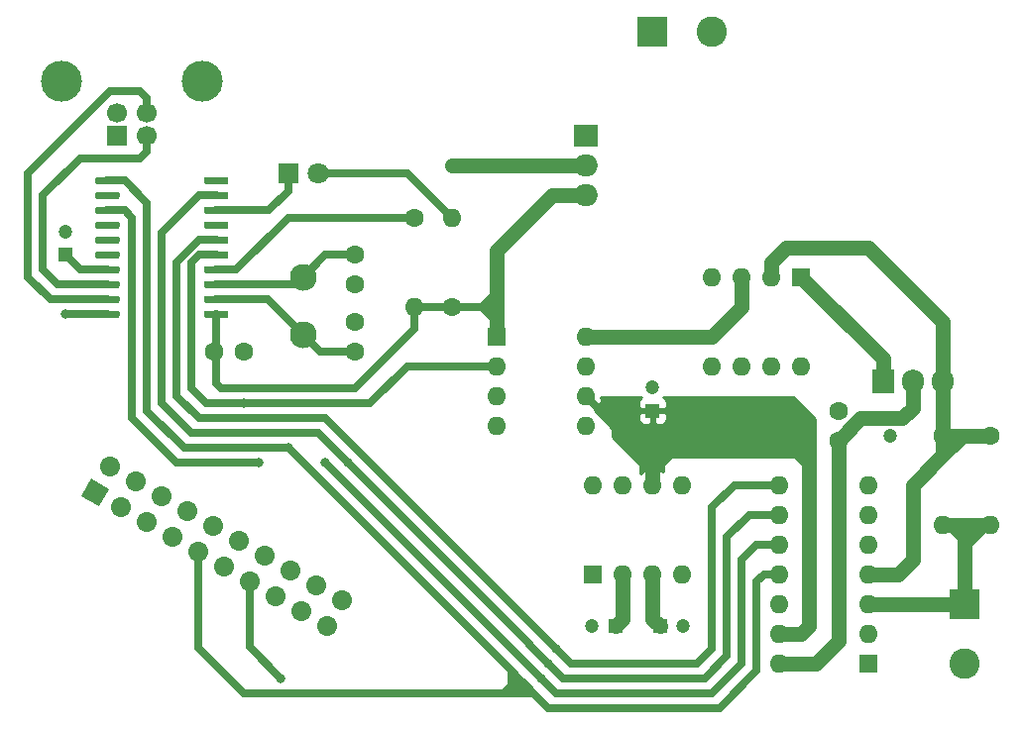
<source format=gtl>
G04 #@! TF.GenerationSoftware,KiCad,Pcbnew,5.1.2-f72e74a~84~ubuntu18.04.1*
G04 #@! TF.CreationDate,2019-07-29T23:39:44+03:00*
G04 #@! TF.ProjectId,tracer,74726163-6572-42e6-9b69-6361645f7063,rev?*
G04 #@! TF.SameCoordinates,Original*
G04 #@! TF.FileFunction,Copper,L1,Top*
G04 #@! TF.FilePolarity,Positive*
%FSLAX46Y46*%
G04 Gerber Fmt 4.6, Leading zero omitted, Abs format (unit mm)*
G04 Created by KiCad (PCBNEW 5.1.2-f72e74a~84~ubuntu18.04.1) date 2019-07-29 23:39:44*
%MOMM*%
%LPD*%
G04 APERTURE LIST*
%ADD10C,1.700000*%
%ADD11C,1.700000*%
%ADD12C,0.100000*%
%ADD13O,1.600000X1.600000*%
%ADD14R,1.600000X1.600000*%
%ADD15C,1.200000*%
%ADD16R,1.200000X1.200000*%
%ADD17C,1.600000*%
%ADD18C,2.600000*%
%ADD19R,2.600000X2.600000*%
%ADD20C,2.300000*%
%ADD21C,3.500000*%
%ADD22R,1.700000X1.700000*%
%ADD23C,0.600000*%
%ADD24C,1.800000*%
%ADD25R,1.800000X1.800000*%
%ADD26O,2.000000X1.905000*%
%ADD27R,2.000000X1.905000*%
%ADD28O,1.905000X2.000000*%
%ADD29R,1.905000X2.000000*%
%ADD30C,0.800000*%
%ADD31C,1.270000*%
%ADD32C,0.635000*%
%ADD33C,0.254000*%
G04 APERTURE END LIST*
D10*
X93457341Y-145755295D03*
D11*
X93457341Y-145755295D02*
X93457341Y-145755295D01*
D10*
X92187341Y-147955000D03*
D11*
X92187341Y-147955000D02*
X92187341Y-147955000D01*
D10*
X91257636Y-144485295D03*
D11*
X91257636Y-144485295D02*
X91257636Y-144485295D01*
D10*
X89987636Y-146685000D03*
D11*
X89987636Y-146685000D02*
X89987636Y-146685000D01*
D10*
X89057932Y-143215295D03*
D11*
X89057932Y-143215295D02*
X89057932Y-143215295D01*
D10*
X87787932Y-145415000D03*
D11*
X87787932Y-145415000D02*
X87787932Y-145415000D01*
D10*
X86858227Y-141945295D03*
D11*
X86858227Y-141945295D02*
X86858227Y-141945295D01*
D10*
X85588227Y-144145000D03*
D11*
X85588227Y-144145000D02*
X85588227Y-144145000D01*
D10*
X84658523Y-140675295D03*
D11*
X84658523Y-140675295D02*
X84658523Y-140675295D01*
D10*
X83388523Y-142875000D03*
D11*
X83388523Y-142875000D02*
X83388523Y-142875000D01*
D10*
X82458818Y-139405295D03*
D11*
X82458818Y-139405295D02*
X82458818Y-139405295D01*
D10*
X81188818Y-141605000D03*
D11*
X81188818Y-141605000D02*
X81188818Y-141605000D01*
D10*
X80259114Y-138135295D03*
D11*
X80259114Y-138135295D02*
X80259114Y-138135295D01*
D10*
X78989114Y-140335000D03*
D11*
X78989114Y-140335000D02*
X78989114Y-140335000D01*
D10*
X78059409Y-136865295D03*
D11*
X78059409Y-136865295D02*
X78059409Y-136865295D01*
D10*
X76789409Y-139065000D03*
D11*
X76789409Y-139065000D02*
X76789409Y-139065000D01*
D10*
X75859705Y-135595295D03*
D11*
X75859705Y-135595295D02*
X75859705Y-135595295D01*
D10*
X74589705Y-137795000D03*
D11*
X74589705Y-137795000D02*
X74589705Y-137795000D01*
D10*
X73660000Y-134325295D03*
D11*
X73660000Y-134325295D02*
X73660000Y-134325295D01*
D10*
X72390000Y-136525000D03*
D12*
G36*
X72701122Y-137686122D02*
G01*
X71228878Y-136836122D01*
X72078878Y-135363878D01*
X73551122Y-136213878D01*
X72701122Y-137686122D01*
X72701122Y-137686122D01*
G37*
D13*
X132715000Y-125730000D03*
X125095000Y-118110000D03*
X130175000Y-125730000D03*
X127635000Y-118110000D03*
X127635000Y-125730000D03*
X130175000Y-118110000D03*
X125095000Y-125730000D03*
D14*
X132715000Y-118110000D03*
D15*
X140335000Y-131675000D03*
D16*
X140335000Y-130175000D03*
D17*
X135890000Y-129580000D03*
X135890000Y-132080000D03*
X85090000Y-124460000D03*
X82590000Y-124460000D03*
D18*
X125095000Y-97155000D03*
D19*
X120015000Y-97155000D03*
D18*
X146685000Y-151130000D03*
D19*
X146685000Y-146050000D03*
D15*
X120015000Y-127540000D03*
D16*
X120015000Y-129540000D03*
D15*
X122650000Y-147955000D03*
D16*
X120650000Y-147955000D03*
D15*
X114840000Y-147955000D03*
D16*
X116840000Y-147955000D03*
D17*
X94615000Y-116205000D03*
X94615000Y-118705000D03*
X94615000Y-121960000D03*
X94615000Y-124460000D03*
D20*
X90170000Y-123010000D03*
X90170000Y-118110000D03*
D21*
X81565000Y-101335000D03*
X69525000Y-101335000D03*
D10*
X74295000Y-104045000D03*
X76795000Y-104045000D03*
X76795000Y-106045000D03*
D22*
X74295000Y-106045000D03*
D15*
X69850000Y-114205000D03*
D16*
X69850000Y-116205000D03*
D13*
X102870000Y-113030000D03*
D17*
X102870000Y-120650000D03*
D13*
X99695000Y-120650000D03*
D17*
X99695000Y-113030000D03*
D12*
G36*
X74344703Y-120985722D02*
G01*
X74359264Y-120987882D01*
X74373543Y-120991459D01*
X74387403Y-120996418D01*
X74400710Y-121002712D01*
X74413336Y-121010280D01*
X74425159Y-121019048D01*
X74436066Y-121028934D01*
X74445952Y-121039841D01*
X74454720Y-121051664D01*
X74462288Y-121064290D01*
X74468582Y-121077597D01*
X74473541Y-121091457D01*
X74477118Y-121105736D01*
X74479278Y-121120297D01*
X74480000Y-121135000D01*
X74480000Y-121435000D01*
X74479278Y-121449703D01*
X74477118Y-121464264D01*
X74473541Y-121478543D01*
X74468582Y-121492403D01*
X74462288Y-121505710D01*
X74454720Y-121518336D01*
X74445952Y-121530159D01*
X74436066Y-121541066D01*
X74425159Y-121550952D01*
X74413336Y-121559720D01*
X74400710Y-121567288D01*
X74387403Y-121573582D01*
X74373543Y-121578541D01*
X74359264Y-121582118D01*
X74344703Y-121584278D01*
X74330000Y-121585000D01*
X72580000Y-121585000D01*
X72565297Y-121584278D01*
X72550736Y-121582118D01*
X72536457Y-121578541D01*
X72522597Y-121573582D01*
X72509290Y-121567288D01*
X72496664Y-121559720D01*
X72484841Y-121550952D01*
X72473934Y-121541066D01*
X72464048Y-121530159D01*
X72455280Y-121518336D01*
X72447712Y-121505710D01*
X72441418Y-121492403D01*
X72436459Y-121478543D01*
X72432882Y-121464264D01*
X72430722Y-121449703D01*
X72430000Y-121435000D01*
X72430000Y-121135000D01*
X72430722Y-121120297D01*
X72432882Y-121105736D01*
X72436459Y-121091457D01*
X72441418Y-121077597D01*
X72447712Y-121064290D01*
X72455280Y-121051664D01*
X72464048Y-121039841D01*
X72473934Y-121028934D01*
X72484841Y-121019048D01*
X72496664Y-121010280D01*
X72509290Y-121002712D01*
X72522597Y-120996418D01*
X72536457Y-120991459D01*
X72550736Y-120987882D01*
X72565297Y-120985722D01*
X72580000Y-120985000D01*
X74330000Y-120985000D01*
X74344703Y-120985722D01*
X74344703Y-120985722D01*
G37*
D23*
X73455000Y-121285000D03*
D12*
G36*
X74344703Y-119715722D02*
G01*
X74359264Y-119717882D01*
X74373543Y-119721459D01*
X74387403Y-119726418D01*
X74400710Y-119732712D01*
X74413336Y-119740280D01*
X74425159Y-119749048D01*
X74436066Y-119758934D01*
X74445952Y-119769841D01*
X74454720Y-119781664D01*
X74462288Y-119794290D01*
X74468582Y-119807597D01*
X74473541Y-119821457D01*
X74477118Y-119835736D01*
X74479278Y-119850297D01*
X74480000Y-119865000D01*
X74480000Y-120165000D01*
X74479278Y-120179703D01*
X74477118Y-120194264D01*
X74473541Y-120208543D01*
X74468582Y-120222403D01*
X74462288Y-120235710D01*
X74454720Y-120248336D01*
X74445952Y-120260159D01*
X74436066Y-120271066D01*
X74425159Y-120280952D01*
X74413336Y-120289720D01*
X74400710Y-120297288D01*
X74387403Y-120303582D01*
X74373543Y-120308541D01*
X74359264Y-120312118D01*
X74344703Y-120314278D01*
X74330000Y-120315000D01*
X72580000Y-120315000D01*
X72565297Y-120314278D01*
X72550736Y-120312118D01*
X72536457Y-120308541D01*
X72522597Y-120303582D01*
X72509290Y-120297288D01*
X72496664Y-120289720D01*
X72484841Y-120280952D01*
X72473934Y-120271066D01*
X72464048Y-120260159D01*
X72455280Y-120248336D01*
X72447712Y-120235710D01*
X72441418Y-120222403D01*
X72436459Y-120208543D01*
X72432882Y-120194264D01*
X72430722Y-120179703D01*
X72430000Y-120165000D01*
X72430000Y-119865000D01*
X72430722Y-119850297D01*
X72432882Y-119835736D01*
X72436459Y-119821457D01*
X72441418Y-119807597D01*
X72447712Y-119794290D01*
X72455280Y-119781664D01*
X72464048Y-119769841D01*
X72473934Y-119758934D01*
X72484841Y-119749048D01*
X72496664Y-119740280D01*
X72509290Y-119732712D01*
X72522597Y-119726418D01*
X72536457Y-119721459D01*
X72550736Y-119717882D01*
X72565297Y-119715722D01*
X72580000Y-119715000D01*
X74330000Y-119715000D01*
X74344703Y-119715722D01*
X74344703Y-119715722D01*
G37*
D23*
X73455000Y-120015000D03*
D12*
G36*
X74344703Y-118445722D02*
G01*
X74359264Y-118447882D01*
X74373543Y-118451459D01*
X74387403Y-118456418D01*
X74400710Y-118462712D01*
X74413336Y-118470280D01*
X74425159Y-118479048D01*
X74436066Y-118488934D01*
X74445952Y-118499841D01*
X74454720Y-118511664D01*
X74462288Y-118524290D01*
X74468582Y-118537597D01*
X74473541Y-118551457D01*
X74477118Y-118565736D01*
X74479278Y-118580297D01*
X74480000Y-118595000D01*
X74480000Y-118895000D01*
X74479278Y-118909703D01*
X74477118Y-118924264D01*
X74473541Y-118938543D01*
X74468582Y-118952403D01*
X74462288Y-118965710D01*
X74454720Y-118978336D01*
X74445952Y-118990159D01*
X74436066Y-119001066D01*
X74425159Y-119010952D01*
X74413336Y-119019720D01*
X74400710Y-119027288D01*
X74387403Y-119033582D01*
X74373543Y-119038541D01*
X74359264Y-119042118D01*
X74344703Y-119044278D01*
X74330000Y-119045000D01*
X72580000Y-119045000D01*
X72565297Y-119044278D01*
X72550736Y-119042118D01*
X72536457Y-119038541D01*
X72522597Y-119033582D01*
X72509290Y-119027288D01*
X72496664Y-119019720D01*
X72484841Y-119010952D01*
X72473934Y-119001066D01*
X72464048Y-118990159D01*
X72455280Y-118978336D01*
X72447712Y-118965710D01*
X72441418Y-118952403D01*
X72436459Y-118938543D01*
X72432882Y-118924264D01*
X72430722Y-118909703D01*
X72430000Y-118895000D01*
X72430000Y-118595000D01*
X72430722Y-118580297D01*
X72432882Y-118565736D01*
X72436459Y-118551457D01*
X72441418Y-118537597D01*
X72447712Y-118524290D01*
X72455280Y-118511664D01*
X72464048Y-118499841D01*
X72473934Y-118488934D01*
X72484841Y-118479048D01*
X72496664Y-118470280D01*
X72509290Y-118462712D01*
X72522597Y-118456418D01*
X72536457Y-118451459D01*
X72550736Y-118447882D01*
X72565297Y-118445722D01*
X72580000Y-118445000D01*
X74330000Y-118445000D01*
X74344703Y-118445722D01*
X74344703Y-118445722D01*
G37*
D23*
X73455000Y-118745000D03*
D12*
G36*
X74344703Y-117175722D02*
G01*
X74359264Y-117177882D01*
X74373543Y-117181459D01*
X74387403Y-117186418D01*
X74400710Y-117192712D01*
X74413336Y-117200280D01*
X74425159Y-117209048D01*
X74436066Y-117218934D01*
X74445952Y-117229841D01*
X74454720Y-117241664D01*
X74462288Y-117254290D01*
X74468582Y-117267597D01*
X74473541Y-117281457D01*
X74477118Y-117295736D01*
X74479278Y-117310297D01*
X74480000Y-117325000D01*
X74480000Y-117625000D01*
X74479278Y-117639703D01*
X74477118Y-117654264D01*
X74473541Y-117668543D01*
X74468582Y-117682403D01*
X74462288Y-117695710D01*
X74454720Y-117708336D01*
X74445952Y-117720159D01*
X74436066Y-117731066D01*
X74425159Y-117740952D01*
X74413336Y-117749720D01*
X74400710Y-117757288D01*
X74387403Y-117763582D01*
X74373543Y-117768541D01*
X74359264Y-117772118D01*
X74344703Y-117774278D01*
X74330000Y-117775000D01*
X72580000Y-117775000D01*
X72565297Y-117774278D01*
X72550736Y-117772118D01*
X72536457Y-117768541D01*
X72522597Y-117763582D01*
X72509290Y-117757288D01*
X72496664Y-117749720D01*
X72484841Y-117740952D01*
X72473934Y-117731066D01*
X72464048Y-117720159D01*
X72455280Y-117708336D01*
X72447712Y-117695710D01*
X72441418Y-117682403D01*
X72436459Y-117668543D01*
X72432882Y-117654264D01*
X72430722Y-117639703D01*
X72430000Y-117625000D01*
X72430000Y-117325000D01*
X72430722Y-117310297D01*
X72432882Y-117295736D01*
X72436459Y-117281457D01*
X72441418Y-117267597D01*
X72447712Y-117254290D01*
X72455280Y-117241664D01*
X72464048Y-117229841D01*
X72473934Y-117218934D01*
X72484841Y-117209048D01*
X72496664Y-117200280D01*
X72509290Y-117192712D01*
X72522597Y-117186418D01*
X72536457Y-117181459D01*
X72550736Y-117177882D01*
X72565297Y-117175722D01*
X72580000Y-117175000D01*
X74330000Y-117175000D01*
X74344703Y-117175722D01*
X74344703Y-117175722D01*
G37*
D23*
X73455000Y-117475000D03*
D12*
G36*
X74344703Y-115905722D02*
G01*
X74359264Y-115907882D01*
X74373543Y-115911459D01*
X74387403Y-115916418D01*
X74400710Y-115922712D01*
X74413336Y-115930280D01*
X74425159Y-115939048D01*
X74436066Y-115948934D01*
X74445952Y-115959841D01*
X74454720Y-115971664D01*
X74462288Y-115984290D01*
X74468582Y-115997597D01*
X74473541Y-116011457D01*
X74477118Y-116025736D01*
X74479278Y-116040297D01*
X74480000Y-116055000D01*
X74480000Y-116355000D01*
X74479278Y-116369703D01*
X74477118Y-116384264D01*
X74473541Y-116398543D01*
X74468582Y-116412403D01*
X74462288Y-116425710D01*
X74454720Y-116438336D01*
X74445952Y-116450159D01*
X74436066Y-116461066D01*
X74425159Y-116470952D01*
X74413336Y-116479720D01*
X74400710Y-116487288D01*
X74387403Y-116493582D01*
X74373543Y-116498541D01*
X74359264Y-116502118D01*
X74344703Y-116504278D01*
X74330000Y-116505000D01*
X72580000Y-116505000D01*
X72565297Y-116504278D01*
X72550736Y-116502118D01*
X72536457Y-116498541D01*
X72522597Y-116493582D01*
X72509290Y-116487288D01*
X72496664Y-116479720D01*
X72484841Y-116470952D01*
X72473934Y-116461066D01*
X72464048Y-116450159D01*
X72455280Y-116438336D01*
X72447712Y-116425710D01*
X72441418Y-116412403D01*
X72436459Y-116398543D01*
X72432882Y-116384264D01*
X72430722Y-116369703D01*
X72430000Y-116355000D01*
X72430000Y-116055000D01*
X72430722Y-116040297D01*
X72432882Y-116025736D01*
X72436459Y-116011457D01*
X72441418Y-115997597D01*
X72447712Y-115984290D01*
X72455280Y-115971664D01*
X72464048Y-115959841D01*
X72473934Y-115948934D01*
X72484841Y-115939048D01*
X72496664Y-115930280D01*
X72509290Y-115922712D01*
X72522597Y-115916418D01*
X72536457Y-115911459D01*
X72550736Y-115907882D01*
X72565297Y-115905722D01*
X72580000Y-115905000D01*
X74330000Y-115905000D01*
X74344703Y-115905722D01*
X74344703Y-115905722D01*
G37*
D23*
X73455000Y-116205000D03*
D12*
G36*
X74344703Y-114635722D02*
G01*
X74359264Y-114637882D01*
X74373543Y-114641459D01*
X74387403Y-114646418D01*
X74400710Y-114652712D01*
X74413336Y-114660280D01*
X74425159Y-114669048D01*
X74436066Y-114678934D01*
X74445952Y-114689841D01*
X74454720Y-114701664D01*
X74462288Y-114714290D01*
X74468582Y-114727597D01*
X74473541Y-114741457D01*
X74477118Y-114755736D01*
X74479278Y-114770297D01*
X74480000Y-114785000D01*
X74480000Y-115085000D01*
X74479278Y-115099703D01*
X74477118Y-115114264D01*
X74473541Y-115128543D01*
X74468582Y-115142403D01*
X74462288Y-115155710D01*
X74454720Y-115168336D01*
X74445952Y-115180159D01*
X74436066Y-115191066D01*
X74425159Y-115200952D01*
X74413336Y-115209720D01*
X74400710Y-115217288D01*
X74387403Y-115223582D01*
X74373543Y-115228541D01*
X74359264Y-115232118D01*
X74344703Y-115234278D01*
X74330000Y-115235000D01*
X72580000Y-115235000D01*
X72565297Y-115234278D01*
X72550736Y-115232118D01*
X72536457Y-115228541D01*
X72522597Y-115223582D01*
X72509290Y-115217288D01*
X72496664Y-115209720D01*
X72484841Y-115200952D01*
X72473934Y-115191066D01*
X72464048Y-115180159D01*
X72455280Y-115168336D01*
X72447712Y-115155710D01*
X72441418Y-115142403D01*
X72436459Y-115128543D01*
X72432882Y-115114264D01*
X72430722Y-115099703D01*
X72430000Y-115085000D01*
X72430000Y-114785000D01*
X72430722Y-114770297D01*
X72432882Y-114755736D01*
X72436459Y-114741457D01*
X72441418Y-114727597D01*
X72447712Y-114714290D01*
X72455280Y-114701664D01*
X72464048Y-114689841D01*
X72473934Y-114678934D01*
X72484841Y-114669048D01*
X72496664Y-114660280D01*
X72509290Y-114652712D01*
X72522597Y-114646418D01*
X72536457Y-114641459D01*
X72550736Y-114637882D01*
X72565297Y-114635722D01*
X72580000Y-114635000D01*
X74330000Y-114635000D01*
X74344703Y-114635722D01*
X74344703Y-114635722D01*
G37*
D23*
X73455000Y-114935000D03*
D12*
G36*
X74344703Y-113365722D02*
G01*
X74359264Y-113367882D01*
X74373543Y-113371459D01*
X74387403Y-113376418D01*
X74400710Y-113382712D01*
X74413336Y-113390280D01*
X74425159Y-113399048D01*
X74436066Y-113408934D01*
X74445952Y-113419841D01*
X74454720Y-113431664D01*
X74462288Y-113444290D01*
X74468582Y-113457597D01*
X74473541Y-113471457D01*
X74477118Y-113485736D01*
X74479278Y-113500297D01*
X74480000Y-113515000D01*
X74480000Y-113815000D01*
X74479278Y-113829703D01*
X74477118Y-113844264D01*
X74473541Y-113858543D01*
X74468582Y-113872403D01*
X74462288Y-113885710D01*
X74454720Y-113898336D01*
X74445952Y-113910159D01*
X74436066Y-113921066D01*
X74425159Y-113930952D01*
X74413336Y-113939720D01*
X74400710Y-113947288D01*
X74387403Y-113953582D01*
X74373543Y-113958541D01*
X74359264Y-113962118D01*
X74344703Y-113964278D01*
X74330000Y-113965000D01*
X72580000Y-113965000D01*
X72565297Y-113964278D01*
X72550736Y-113962118D01*
X72536457Y-113958541D01*
X72522597Y-113953582D01*
X72509290Y-113947288D01*
X72496664Y-113939720D01*
X72484841Y-113930952D01*
X72473934Y-113921066D01*
X72464048Y-113910159D01*
X72455280Y-113898336D01*
X72447712Y-113885710D01*
X72441418Y-113872403D01*
X72436459Y-113858543D01*
X72432882Y-113844264D01*
X72430722Y-113829703D01*
X72430000Y-113815000D01*
X72430000Y-113515000D01*
X72430722Y-113500297D01*
X72432882Y-113485736D01*
X72436459Y-113471457D01*
X72441418Y-113457597D01*
X72447712Y-113444290D01*
X72455280Y-113431664D01*
X72464048Y-113419841D01*
X72473934Y-113408934D01*
X72484841Y-113399048D01*
X72496664Y-113390280D01*
X72509290Y-113382712D01*
X72522597Y-113376418D01*
X72536457Y-113371459D01*
X72550736Y-113367882D01*
X72565297Y-113365722D01*
X72580000Y-113365000D01*
X74330000Y-113365000D01*
X74344703Y-113365722D01*
X74344703Y-113365722D01*
G37*
D23*
X73455000Y-113665000D03*
D12*
G36*
X74344703Y-112095722D02*
G01*
X74359264Y-112097882D01*
X74373543Y-112101459D01*
X74387403Y-112106418D01*
X74400710Y-112112712D01*
X74413336Y-112120280D01*
X74425159Y-112129048D01*
X74436066Y-112138934D01*
X74445952Y-112149841D01*
X74454720Y-112161664D01*
X74462288Y-112174290D01*
X74468582Y-112187597D01*
X74473541Y-112201457D01*
X74477118Y-112215736D01*
X74479278Y-112230297D01*
X74480000Y-112245000D01*
X74480000Y-112545000D01*
X74479278Y-112559703D01*
X74477118Y-112574264D01*
X74473541Y-112588543D01*
X74468582Y-112602403D01*
X74462288Y-112615710D01*
X74454720Y-112628336D01*
X74445952Y-112640159D01*
X74436066Y-112651066D01*
X74425159Y-112660952D01*
X74413336Y-112669720D01*
X74400710Y-112677288D01*
X74387403Y-112683582D01*
X74373543Y-112688541D01*
X74359264Y-112692118D01*
X74344703Y-112694278D01*
X74330000Y-112695000D01*
X72580000Y-112695000D01*
X72565297Y-112694278D01*
X72550736Y-112692118D01*
X72536457Y-112688541D01*
X72522597Y-112683582D01*
X72509290Y-112677288D01*
X72496664Y-112669720D01*
X72484841Y-112660952D01*
X72473934Y-112651066D01*
X72464048Y-112640159D01*
X72455280Y-112628336D01*
X72447712Y-112615710D01*
X72441418Y-112602403D01*
X72436459Y-112588543D01*
X72432882Y-112574264D01*
X72430722Y-112559703D01*
X72430000Y-112545000D01*
X72430000Y-112245000D01*
X72430722Y-112230297D01*
X72432882Y-112215736D01*
X72436459Y-112201457D01*
X72441418Y-112187597D01*
X72447712Y-112174290D01*
X72455280Y-112161664D01*
X72464048Y-112149841D01*
X72473934Y-112138934D01*
X72484841Y-112129048D01*
X72496664Y-112120280D01*
X72509290Y-112112712D01*
X72522597Y-112106418D01*
X72536457Y-112101459D01*
X72550736Y-112097882D01*
X72565297Y-112095722D01*
X72580000Y-112095000D01*
X74330000Y-112095000D01*
X74344703Y-112095722D01*
X74344703Y-112095722D01*
G37*
D23*
X73455000Y-112395000D03*
D12*
G36*
X74344703Y-110825722D02*
G01*
X74359264Y-110827882D01*
X74373543Y-110831459D01*
X74387403Y-110836418D01*
X74400710Y-110842712D01*
X74413336Y-110850280D01*
X74425159Y-110859048D01*
X74436066Y-110868934D01*
X74445952Y-110879841D01*
X74454720Y-110891664D01*
X74462288Y-110904290D01*
X74468582Y-110917597D01*
X74473541Y-110931457D01*
X74477118Y-110945736D01*
X74479278Y-110960297D01*
X74480000Y-110975000D01*
X74480000Y-111275000D01*
X74479278Y-111289703D01*
X74477118Y-111304264D01*
X74473541Y-111318543D01*
X74468582Y-111332403D01*
X74462288Y-111345710D01*
X74454720Y-111358336D01*
X74445952Y-111370159D01*
X74436066Y-111381066D01*
X74425159Y-111390952D01*
X74413336Y-111399720D01*
X74400710Y-111407288D01*
X74387403Y-111413582D01*
X74373543Y-111418541D01*
X74359264Y-111422118D01*
X74344703Y-111424278D01*
X74330000Y-111425000D01*
X72580000Y-111425000D01*
X72565297Y-111424278D01*
X72550736Y-111422118D01*
X72536457Y-111418541D01*
X72522597Y-111413582D01*
X72509290Y-111407288D01*
X72496664Y-111399720D01*
X72484841Y-111390952D01*
X72473934Y-111381066D01*
X72464048Y-111370159D01*
X72455280Y-111358336D01*
X72447712Y-111345710D01*
X72441418Y-111332403D01*
X72436459Y-111318543D01*
X72432882Y-111304264D01*
X72430722Y-111289703D01*
X72430000Y-111275000D01*
X72430000Y-110975000D01*
X72430722Y-110960297D01*
X72432882Y-110945736D01*
X72436459Y-110931457D01*
X72441418Y-110917597D01*
X72447712Y-110904290D01*
X72455280Y-110891664D01*
X72464048Y-110879841D01*
X72473934Y-110868934D01*
X72484841Y-110859048D01*
X72496664Y-110850280D01*
X72509290Y-110842712D01*
X72522597Y-110836418D01*
X72536457Y-110831459D01*
X72550736Y-110827882D01*
X72565297Y-110825722D01*
X72580000Y-110825000D01*
X74330000Y-110825000D01*
X74344703Y-110825722D01*
X74344703Y-110825722D01*
G37*
D23*
X73455000Y-111125000D03*
D12*
G36*
X74344703Y-109555722D02*
G01*
X74359264Y-109557882D01*
X74373543Y-109561459D01*
X74387403Y-109566418D01*
X74400710Y-109572712D01*
X74413336Y-109580280D01*
X74425159Y-109589048D01*
X74436066Y-109598934D01*
X74445952Y-109609841D01*
X74454720Y-109621664D01*
X74462288Y-109634290D01*
X74468582Y-109647597D01*
X74473541Y-109661457D01*
X74477118Y-109675736D01*
X74479278Y-109690297D01*
X74480000Y-109705000D01*
X74480000Y-110005000D01*
X74479278Y-110019703D01*
X74477118Y-110034264D01*
X74473541Y-110048543D01*
X74468582Y-110062403D01*
X74462288Y-110075710D01*
X74454720Y-110088336D01*
X74445952Y-110100159D01*
X74436066Y-110111066D01*
X74425159Y-110120952D01*
X74413336Y-110129720D01*
X74400710Y-110137288D01*
X74387403Y-110143582D01*
X74373543Y-110148541D01*
X74359264Y-110152118D01*
X74344703Y-110154278D01*
X74330000Y-110155000D01*
X72580000Y-110155000D01*
X72565297Y-110154278D01*
X72550736Y-110152118D01*
X72536457Y-110148541D01*
X72522597Y-110143582D01*
X72509290Y-110137288D01*
X72496664Y-110129720D01*
X72484841Y-110120952D01*
X72473934Y-110111066D01*
X72464048Y-110100159D01*
X72455280Y-110088336D01*
X72447712Y-110075710D01*
X72441418Y-110062403D01*
X72436459Y-110048543D01*
X72432882Y-110034264D01*
X72430722Y-110019703D01*
X72430000Y-110005000D01*
X72430000Y-109705000D01*
X72430722Y-109690297D01*
X72432882Y-109675736D01*
X72436459Y-109661457D01*
X72441418Y-109647597D01*
X72447712Y-109634290D01*
X72455280Y-109621664D01*
X72464048Y-109609841D01*
X72473934Y-109598934D01*
X72484841Y-109589048D01*
X72496664Y-109580280D01*
X72509290Y-109572712D01*
X72522597Y-109566418D01*
X72536457Y-109561459D01*
X72550736Y-109557882D01*
X72565297Y-109555722D01*
X72580000Y-109555000D01*
X74330000Y-109555000D01*
X74344703Y-109555722D01*
X74344703Y-109555722D01*
G37*
D23*
X73455000Y-109855000D03*
D12*
G36*
X83644703Y-109555722D02*
G01*
X83659264Y-109557882D01*
X83673543Y-109561459D01*
X83687403Y-109566418D01*
X83700710Y-109572712D01*
X83713336Y-109580280D01*
X83725159Y-109589048D01*
X83736066Y-109598934D01*
X83745952Y-109609841D01*
X83754720Y-109621664D01*
X83762288Y-109634290D01*
X83768582Y-109647597D01*
X83773541Y-109661457D01*
X83777118Y-109675736D01*
X83779278Y-109690297D01*
X83780000Y-109705000D01*
X83780000Y-110005000D01*
X83779278Y-110019703D01*
X83777118Y-110034264D01*
X83773541Y-110048543D01*
X83768582Y-110062403D01*
X83762288Y-110075710D01*
X83754720Y-110088336D01*
X83745952Y-110100159D01*
X83736066Y-110111066D01*
X83725159Y-110120952D01*
X83713336Y-110129720D01*
X83700710Y-110137288D01*
X83687403Y-110143582D01*
X83673543Y-110148541D01*
X83659264Y-110152118D01*
X83644703Y-110154278D01*
X83630000Y-110155000D01*
X81880000Y-110155000D01*
X81865297Y-110154278D01*
X81850736Y-110152118D01*
X81836457Y-110148541D01*
X81822597Y-110143582D01*
X81809290Y-110137288D01*
X81796664Y-110129720D01*
X81784841Y-110120952D01*
X81773934Y-110111066D01*
X81764048Y-110100159D01*
X81755280Y-110088336D01*
X81747712Y-110075710D01*
X81741418Y-110062403D01*
X81736459Y-110048543D01*
X81732882Y-110034264D01*
X81730722Y-110019703D01*
X81730000Y-110005000D01*
X81730000Y-109705000D01*
X81730722Y-109690297D01*
X81732882Y-109675736D01*
X81736459Y-109661457D01*
X81741418Y-109647597D01*
X81747712Y-109634290D01*
X81755280Y-109621664D01*
X81764048Y-109609841D01*
X81773934Y-109598934D01*
X81784841Y-109589048D01*
X81796664Y-109580280D01*
X81809290Y-109572712D01*
X81822597Y-109566418D01*
X81836457Y-109561459D01*
X81850736Y-109557882D01*
X81865297Y-109555722D01*
X81880000Y-109555000D01*
X83630000Y-109555000D01*
X83644703Y-109555722D01*
X83644703Y-109555722D01*
G37*
D23*
X82755000Y-109855000D03*
D12*
G36*
X83644703Y-110825722D02*
G01*
X83659264Y-110827882D01*
X83673543Y-110831459D01*
X83687403Y-110836418D01*
X83700710Y-110842712D01*
X83713336Y-110850280D01*
X83725159Y-110859048D01*
X83736066Y-110868934D01*
X83745952Y-110879841D01*
X83754720Y-110891664D01*
X83762288Y-110904290D01*
X83768582Y-110917597D01*
X83773541Y-110931457D01*
X83777118Y-110945736D01*
X83779278Y-110960297D01*
X83780000Y-110975000D01*
X83780000Y-111275000D01*
X83779278Y-111289703D01*
X83777118Y-111304264D01*
X83773541Y-111318543D01*
X83768582Y-111332403D01*
X83762288Y-111345710D01*
X83754720Y-111358336D01*
X83745952Y-111370159D01*
X83736066Y-111381066D01*
X83725159Y-111390952D01*
X83713336Y-111399720D01*
X83700710Y-111407288D01*
X83687403Y-111413582D01*
X83673543Y-111418541D01*
X83659264Y-111422118D01*
X83644703Y-111424278D01*
X83630000Y-111425000D01*
X81880000Y-111425000D01*
X81865297Y-111424278D01*
X81850736Y-111422118D01*
X81836457Y-111418541D01*
X81822597Y-111413582D01*
X81809290Y-111407288D01*
X81796664Y-111399720D01*
X81784841Y-111390952D01*
X81773934Y-111381066D01*
X81764048Y-111370159D01*
X81755280Y-111358336D01*
X81747712Y-111345710D01*
X81741418Y-111332403D01*
X81736459Y-111318543D01*
X81732882Y-111304264D01*
X81730722Y-111289703D01*
X81730000Y-111275000D01*
X81730000Y-110975000D01*
X81730722Y-110960297D01*
X81732882Y-110945736D01*
X81736459Y-110931457D01*
X81741418Y-110917597D01*
X81747712Y-110904290D01*
X81755280Y-110891664D01*
X81764048Y-110879841D01*
X81773934Y-110868934D01*
X81784841Y-110859048D01*
X81796664Y-110850280D01*
X81809290Y-110842712D01*
X81822597Y-110836418D01*
X81836457Y-110831459D01*
X81850736Y-110827882D01*
X81865297Y-110825722D01*
X81880000Y-110825000D01*
X83630000Y-110825000D01*
X83644703Y-110825722D01*
X83644703Y-110825722D01*
G37*
D23*
X82755000Y-111125000D03*
D12*
G36*
X83644703Y-112095722D02*
G01*
X83659264Y-112097882D01*
X83673543Y-112101459D01*
X83687403Y-112106418D01*
X83700710Y-112112712D01*
X83713336Y-112120280D01*
X83725159Y-112129048D01*
X83736066Y-112138934D01*
X83745952Y-112149841D01*
X83754720Y-112161664D01*
X83762288Y-112174290D01*
X83768582Y-112187597D01*
X83773541Y-112201457D01*
X83777118Y-112215736D01*
X83779278Y-112230297D01*
X83780000Y-112245000D01*
X83780000Y-112545000D01*
X83779278Y-112559703D01*
X83777118Y-112574264D01*
X83773541Y-112588543D01*
X83768582Y-112602403D01*
X83762288Y-112615710D01*
X83754720Y-112628336D01*
X83745952Y-112640159D01*
X83736066Y-112651066D01*
X83725159Y-112660952D01*
X83713336Y-112669720D01*
X83700710Y-112677288D01*
X83687403Y-112683582D01*
X83673543Y-112688541D01*
X83659264Y-112692118D01*
X83644703Y-112694278D01*
X83630000Y-112695000D01*
X81880000Y-112695000D01*
X81865297Y-112694278D01*
X81850736Y-112692118D01*
X81836457Y-112688541D01*
X81822597Y-112683582D01*
X81809290Y-112677288D01*
X81796664Y-112669720D01*
X81784841Y-112660952D01*
X81773934Y-112651066D01*
X81764048Y-112640159D01*
X81755280Y-112628336D01*
X81747712Y-112615710D01*
X81741418Y-112602403D01*
X81736459Y-112588543D01*
X81732882Y-112574264D01*
X81730722Y-112559703D01*
X81730000Y-112545000D01*
X81730000Y-112245000D01*
X81730722Y-112230297D01*
X81732882Y-112215736D01*
X81736459Y-112201457D01*
X81741418Y-112187597D01*
X81747712Y-112174290D01*
X81755280Y-112161664D01*
X81764048Y-112149841D01*
X81773934Y-112138934D01*
X81784841Y-112129048D01*
X81796664Y-112120280D01*
X81809290Y-112112712D01*
X81822597Y-112106418D01*
X81836457Y-112101459D01*
X81850736Y-112097882D01*
X81865297Y-112095722D01*
X81880000Y-112095000D01*
X83630000Y-112095000D01*
X83644703Y-112095722D01*
X83644703Y-112095722D01*
G37*
D23*
X82755000Y-112395000D03*
D12*
G36*
X83644703Y-113365722D02*
G01*
X83659264Y-113367882D01*
X83673543Y-113371459D01*
X83687403Y-113376418D01*
X83700710Y-113382712D01*
X83713336Y-113390280D01*
X83725159Y-113399048D01*
X83736066Y-113408934D01*
X83745952Y-113419841D01*
X83754720Y-113431664D01*
X83762288Y-113444290D01*
X83768582Y-113457597D01*
X83773541Y-113471457D01*
X83777118Y-113485736D01*
X83779278Y-113500297D01*
X83780000Y-113515000D01*
X83780000Y-113815000D01*
X83779278Y-113829703D01*
X83777118Y-113844264D01*
X83773541Y-113858543D01*
X83768582Y-113872403D01*
X83762288Y-113885710D01*
X83754720Y-113898336D01*
X83745952Y-113910159D01*
X83736066Y-113921066D01*
X83725159Y-113930952D01*
X83713336Y-113939720D01*
X83700710Y-113947288D01*
X83687403Y-113953582D01*
X83673543Y-113958541D01*
X83659264Y-113962118D01*
X83644703Y-113964278D01*
X83630000Y-113965000D01*
X81880000Y-113965000D01*
X81865297Y-113964278D01*
X81850736Y-113962118D01*
X81836457Y-113958541D01*
X81822597Y-113953582D01*
X81809290Y-113947288D01*
X81796664Y-113939720D01*
X81784841Y-113930952D01*
X81773934Y-113921066D01*
X81764048Y-113910159D01*
X81755280Y-113898336D01*
X81747712Y-113885710D01*
X81741418Y-113872403D01*
X81736459Y-113858543D01*
X81732882Y-113844264D01*
X81730722Y-113829703D01*
X81730000Y-113815000D01*
X81730000Y-113515000D01*
X81730722Y-113500297D01*
X81732882Y-113485736D01*
X81736459Y-113471457D01*
X81741418Y-113457597D01*
X81747712Y-113444290D01*
X81755280Y-113431664D01*
X81764048Y-113419841D01*
X81773934Y-113408934D01*
X81784841Y-113399048D01*
X81796664Y-113390280D01*
X81809290Y-113382712D01*
X81822597Y-113376418D01*
X81836457Y-113371459D01*
X81850736Y-113367882D01*
X81865297Y-113365722D01*
X81880000Y-113365000D01*
X83630000Y-113365000D01*
X83644703Y-113365722D01*
X83644703Y-113365722D01*
G37*
D23*
X82755000Y-113665000D03*
D12*
G36*
X83644703Y-114635722D02*
G01*
X83659264Y-114637882D01*
X83673543Y-114641459D01*
X83687403Y-114646418D01*
X83700710Y-114652712D01*
X83713336Y-114660280D01*
X83725159Y-114669048D01*
X83736066Y-114678934D01*
X83745952Y-114689841D01*
X83754720Y-114701664D01*
X83762288Y-114714290D01*
X83768582Y-114727597D01*
X83773541Y-114741457D01*
X83777118Y-114755736D01*
X83779278Y-114770297D01*
X83780000Y-114785000D01*
X83780000Y-115085000D01*
X83779278Y-115099703D01*
X83777118Y-115114264D01*
X83773541Y-115128543D01*
X83768582Y-115142403D01*
X83762288Y-115155710D01*
X83754720Y-115168336D01*
X83745952Y-115180159D01*
X83736066Y-115191066D01*
X83725159Y-115200952D01*
X83713336Y-115209720D01*
X83700710Y-115217288D01*
X83687403Y-115223582D01*
X83673543Y-115228541D01*
X83659264Y-115232118D01*
X83644703Y-115234278D01*
X83630000Y-115235000D01*
X81880000Y-115235000D01*
X81865297Y-115234278D01*
X81850736Y-115232118D01*
X81836457Y-115228541D01*
X81822597Y-115223582D01*
X81809290Y-115217288D01*
X81796664Y-115209720D01*
X81784841Y-115200952D01*
X81773934Y-115191066D01*
X81764048Y-115180159D01*
X81755280Y-115168336D01*
X81747712Y-115155710D01*
X81741418Y-115142403D01*
X81736459Y-115128543D01*
X81732882Y-115114264D01*
X81730722Y-115099703D01*
X81730000Y-115085000D01*
X81730000Y-114785000D01*
X81730722Y-114770297D01*
X81732882Y-114755736D01*
X81736459Y-114741457D01*
X81741418Y-114727597D01*
X81747712Y-114714290D01*
X81755280Y-114701664D01*
X81764048Y-114689841D01*
X81773934Y-114678934D01*
X81784841Y-114669048D01*
X81796664Y-114660280D01*
X81809290Y-114652712D01*
X81822597Y-114646418D01*
X81836457Y-114641459D01*
X81850736Y-114637882D01*
X81865297Y-114635722D01*
X81880000Y-114635000D01*
X83630000Y-114635000D01*
X83644703Y-114635722D01*
X83644703Y-114635722D01*
G37*
D23*
X82755000Y-114935000D03*
D12*
G36*
X83644703Y-115905722D02*
G01*
X83659264Y-115907882D01*
X83673543Y-115911459D01*
X83687403Y-115916418D01*
X83700710Y-115922712D01*
X83713336Y-115930280D01*
X83725159Y-115939048D01*
X83736066Y-115948934D01*
X83745952Y-115959841D01*
X83754720Y-115971664D01*
X83762288Y-115984290D01*
X83768582Y-115997597D01*
X83773541Y-116011457D01*
X83777118Y-116025736D01*
X83779278Y-116040297D01*
X83780000Y-116055000D01*
X83780000Y-116355000D01*
X83779278Y-116369703D01*
X83777118Y-116384264D01*
X83773541Y-116398543D01*
X83768582Y-116412403D01*
X83762288Y-116425710D01*
X83754720Y-116438336D01*
X83745952Y-116450159D01*
X83736066Y-116461066D01*
X83725159Y-116470952D01*
X83713336Y-116479720D01*
X83700710Y-116487288D01*
X83687403Y-116493582D01*
X83673543Y-116498541D01*
X83659264Y-116502118D01*
X83644703Y-116504278D01*
X83630000Y-116505000D01*
X81880000Y-116505000D01*
X81865297Y-116504278D01*
X81850736Y-116502118D01*
X81836457Y-116498541D01*
X81822597Y-116493582D01*
X81809290Y-116487288D01*
X81796664Y-116479720D01*
X81784841Y-116470952D01*
X81773934Y-116461066D01*
X81764048Y-116450159D01*
X81755280Y-116438336D01*
X81747712Y-116425710D01*
X81741418Y-116412403D01*
X81736459Y-116398543D01*
X81732882Y-116384264D01*
X81730722Y-116369703D01*
X81730000Y-116355000D01*
X81730000Y-116055000D01*
X81730722Y-116040297D01*
X81732882Y-116025736D01*
X81736459Y-116011457D01*
X81741418Y-115997597D01*
X81747712Y-115984290D01*
X81755280Y-115971664D01*
X81764048Y-115959841D01*
X81773934Y-115948934D01*
X81784841Y-115939048D01*
X81796664Y-115930280D01*
X81809290Y-115922712D01*
X81822597Y-115916418D01*
X81836457Y-115911459D01*
X81850736Y-115907882D01*
X81865297Y-115905722D01*
X81880000Y-115905000D01*
X83630000Y-115905000D01*
X83644703Y-115905722D01*
X83644703Y-115905722D01*
G37*
D23*
X82755000Y-116205000D03*
D12*
G36*
X83644703Y-117175722D02*
G01*
X83659264Y-117177882D01*
X83673543Y-117181459D01*
X83687403Y-117186418D01*
X83700710Y-117192712D01*
X83713336Y-117200280D01*
X83725159Y-117209048D01*
X83736066Y-117218934D01*
X83745952Y-117229841D01*
X83754720Y-117241664D01*
X83762288Y-117254290D01*
X83768582Y-117267597D01*
X83773541Y-117281457D01*
X83777118Y-117295736D01*
X83779278Y-117310297D01*
X83780000Y-117325000D01*
X83780000Y-117625000D01*
X83779278Y-117639703D01*
X83777118Y-117654264D01*
X83773541Y-117668543D01*
X83768582Y-117682403D01*
X83762288Y-117695710D01*
X83754720Y-117708336D01*
X83745952Y-117720159D01*
X83736066Y-117731066D01*
X83725159Y-117740952D01*
X83713336Y-117749720D01*
X83700710Y-117757288D01*
X83687403Y-117763582D01*
X83673543Y-117768541D01*
X83659264Y-117772118D01*
X83644703Y-117774278D01*
X83630000Y-117775000D01*
X81880000Y-117775000D01*
X81865297Y-117774278D01*
X81850736Y-117772118D01*
X81836457Y-117768541D01*
X81822597Y-117763582D01*
X81809290Y-117757288D01*
X81796664Y-117749720D01*
X81784841Y-117740952D01*
X81773934Y-117731066D01*
X81764048Y-117720159D01*
X81755280Y-117708336D01*
X81747712Y-117695710D01*
X81741418Y-117682403D01*
X81736459Y-117668543D01*
X81732882Y-117654264D01*
X81730722Y-117639703D01*
X81730000Y-117625000D01*
X81730000Y-117325000D01*
X81730722Y-117310297D01*
X81732882Y-117295736D01*
X81736459Y-117281457D01*
X81741418Y-117267597D01*
X81747712Y-117254290D01*
X81755280Y-117241664D01*
X81764048Y-117229841D01*
X81773934Y-117218934D01*
X81784841Y-117209048D01*
X81796664Y-117200280D01*
X81809290Y-117192712D01*
X81822597Y-117186418D01*
X81836457Y-117181459D01*
X81850736Y-117177882D01*
X81865297Y-117175722D01*
X81880000Y-117175000D01*
X83630000Y-117175000D01*
X83644703Y-117175722D01*
X83644703Y-117175722D01*
G37*
D23*
X82755000Y-117475000D03*
D12*
G36*
X83644703Y-118445722D02*
G01*
X83659264Y-118447882D01*
X83673543Y-118451459D01*
X83687403Y-118456418D01*
X83700710Y-118462712D01*
X83713336Y-118470280D01*
X83725159Y-118479048D01*
X83736066Y-118488934D01*
X83745952Y-118499841D01*
X83754720Y-118511664D01*
X83762288Y-118524290D01*
X83768582Y-118537597D01*
X83773541Y-118551457D01*
X83777118Y-118565736D01*
X83779278Y-118580297D01*
X83780000Y-118595000D01*
X83780000Y-118895000D01*
X83779278Y-118909703D01*
X83777118Y-118924264D01*
X83773541Y-118938543D01*
X83768582Y-118952403D01*
X83762288Y-118965710D01*
X83754720Y-118978336D01*
X83745952Y-118990159D01*
X83736066Y-119001066D01*
X83725159Y-119010952D01*
X83713336Y-119019720D01*
X83700710Y-119027288D01*
X83687403Y-119033582D01*
X83673543Y-119038541D01*
X83659264Y-119042118D01*
X83644703Y-119044278D01*
X83630000Y-119045000D01*
X81880000Y-119045000D01*
X81865297Y-119044278D01*
X81850736Y-119042118D01*
X81836457Y-119038541D01*
X81822597Y-119033582D01*
X81809290Y-119027288D01*
X81796664Y-119019720D01*
X81784841Y-119010952D01*
X81773934Y-119001066D01*
X81764048Y-118990159D01*
X81755280Y-118978336D01*
X81747712Y-118965710D01*
X81741418Y-118952403D01*
X81736459Y-118938543D01*
X81732882Y-118924264D01*
X81730722Y-118909703D01*
X81730000Y-118895000D01*
X81730000Y-118595000D01*
X81730722Y-118580297D01*
X81732882Y-118565736D01*
X81736459Y-118551457D01*
X81741418Y-118537597D01*
X81747712Y-118524290D01*
X81755280Y-118511664D01*
X81764048Y-118499841D01*
X81773934Y-118488934D01*
X81784841Y-118479048D01*
X81796664Y-118470280D01*
X81809290Y-118462712D01*
X81822597Y-118456418D01*
X81836457Y-118451459D01*
X81850736Y-118447882D01*
X81865297Y-118445722D01*
X81880000Y-118445000D01*
X83630000Y-118445000D01*
X83644703Y-118445722D01*
X83644703Y-118445722D01*
G37*
D23*
X82755000Y-118745000D03*
D12*
G36*
X83644703Y-119715722D02*
G01*
X83659264Y-119717882D01*
X83673543Y-119721459D01*
X83687403Y-119726418D01*
X83700710Y-119732712D01*
X83713336Y-119740280D01*
X83725159Y-119749048D01*
X83736066Y-119758934D01*
X83745952Y-119769841D01*
X83754720Y-119781664D01*
X83762288Y-119794290D01*
X83768582Y-119807597D01*
X83773541Y-119821457D01*
X83777118Y-119835736D01*
X83779278Y-119850297D01*
X83780000Y-119865000D01*
X83780000Y-120165000D01*
X83779278Y-120179703D01*
X83777118Y-120194264D01*
X83773541Y-120208543D01*
X83768582Y-120222403D01*
X83762288Y-120235710D01*
X83754720Y-120248336D01*
X83745952Y-120260159D01*
X83736066Y-120271066D01*
X83725159Y-120280952D01*
X83713336Y-120289720D01*
X83700710Y-120297288D01*
X83687403Y-120303582D01*
X83673543Y-120308541D01*
X83659264Y-120312118D01*
X83644703Y-120314278D01*
X83630000Y-120315000D01*
X81880000Y-120315000D01*
X81865297Y-120314278D01*
X81850736Y-120312118D01*
X81836457Y-120308541D01*
X81822597Y-120303582D01*
X81809290Y-120297288D01*
X81796664Y-120289720D01*
X81784841Y-120280952D01*
X81773934Y-120271066D01*
X81764048Y-120260159D01*
X81755280Y-120248336D01*
X81747712Y-120235710D01*
X81741418Y-120222403D01*
X81736459Y-120208543D01*
X81732882Y-120194264D01*
X81730722Y-120179703D01*
X81730000Y-120165000D01*
X81730000Y-119865000D01*
X81730722Y-119850297D01*
X81732882Y-119835736D01*
X81736459Y-119821457D01*
X81741418Y-119807597D01*
X81747712Y-119794290D01*
X81755280Y-119781664D01*
X81764048Y-119769841D01*
X81773934Y-119758934D01*
X81784841Y-119749048D01*
X81796664Y-119740280D01*
X81809290Y-119732712D01*
X81822597Y-119726418D01*
X81836457Y-119721459D01*
X81850736Y-119717882D01*
X81865297Y-119715722D01*
X81880000Y-119715000D01*
X83630000Y-119715000D01*
X83644703Y-119715722D01*
X83644703Y-119715722D01*
G37*
D23*
X82755000Y-120015000D03*
D12*
G36*
X83644703Y-120985722D02*
G01*
X83659264Y-120987882D01*
X83673543Y-120991459D01*
X83687403Y-120996418D01*
X83700710Y-121002712D01*
X83713336Y-121010280D01*
X83725159Y-121019048D01*
X83736066Y-121028934D01*
X83745952Y-121039841D01*
X83754720Y-121051664D01*
X83762288Y-121064290D01*
X83768582Y-121077597D01*
X83773541Y-121091457D01*
X83777118Y-121105736D01*
X83779278Y-121120297D01*
X83780000Y-121135000D01*
X83780000Y-121435000D01*
X83779278Y-121449703D01*
X83777118Y-121464264D01*
X83773541Y-121478543D01*
X83768582Y-121492403D01*
X83762288Y-121505710D01*
X83754720Y-121518336D01*
X83745952Y-121530159D01*
X83736066Y-121541066D01*
X83725159Y-121550952D01*
X83713336Y-121559720D01*
X83700710Y-121567288D01*
X83687403Y-121573582D01*
X83673543Y-121578541D01*
X83659264Y-121582118D01*
X83644703Y-121584278D01*
X83630000Y-121585000D01*
X81880000Y-121585000D01*
X81865297Y-121584278D01*
X81850736Y-121582118D01*
X81836457Y-121578541D01*
X81822597Y-121573582D01*
X81809290Y-121567288D01*
X81796664Y-121559720D01*
X81784841Y-121550952D01*
X81773934Y-121541066D01*
X81764048Y-121530159D01*
X81755280Y-121518336D01*
X81747712Y-121505710D01*
X81741418Y-121492403D01*
X81736459Y-121478543D01*
X81732882Y-121464264D01*
X81730722Y-121449703D01*
X81730000Y-121435000D01*
X81730000Y-121135000D01*
X81730722Y-121120297D01*
X81732882Y-121105736D01*
X81736459Y-121091457D01*
X81741418Y-121077597D01*
X81747712Y-121064290D01*
X81755280Y-121051664D01*
X81764048Y-121039841D01*
X81773934Y-121028934D01*
X81784841Y-121019048D01*
X81796664Y-121010280D01*
X81809290Y-121002712D01*
X81822597Y-120996418D01*
X81836457Y-120991459D01*
X81850736Y-120987882D01*
X81865297Y-120985722D01*
X81880000Y-120985000D01*
X83630000Y-120985000D01*
X83644703Y-120985722D01*
X83644703Y-120985722D01*
G37*
D23*
X82755000Y-121285000D03*
D24*
X91440000Y-109220000D03*
D25*
X88900000Y-109220000D03*
D13*
X130810000Y-151130000D03*
X138430000Y-135890000D03*
X130810000Y-148590000D03*
X138430000Y-138430000D03*
X130810000Y-146050000D03*
X138430000Y-140970000D03*
X130810000Y-143510000D03*
X138430000Y-143510000D03*
X130810000Y-140970000D03*
X138430000Y-146050000D03*
X130810000Y-138430000D03*
X138430000Y-148590000D03*
X130810000Y-135890000D03*
D14*
X138430000Y-151130000D03*
D13*
X114935000Y-135890000D03*
X122555000Y-143510000D03*
X117475000Y-135890000D03*
X120015000Y-143510000D03*
X120015000Y-135890000D03*
X117475000Y-143510000D03*
X122555000Y-135890000D03*
D14*
X114935000Y-143510000D03*
D26*
X114300000Y-111125000D03*
X114300000Y-108585000D03*
D27*
X114300000Y-106045000D03*
D13*
X114300000Y-123190000D03*
X106680000Y-130810000D03*
X114300000Y-125730000D03*
X106680000Y-128270000D03*
X114300000Y-128270000D03*
X106680000Y-125730000D03*
X114300000Y-130810000D03*
D14*
X106680000Y-123190000D03*
D13*
X144830000Y-139300000D03*
D17*
X144830000Y-131680000D03*
D13*
X148880000Y-139300000D03*
D17*
X148880000Y-131680000D03*
D28*
X144780000Y-127000000D03*
X142240000Y-127000000D03*
D29*
X139700000Y-127000000D03*
D30*
X93980000Y-133985000D03*
X111125000Y-151130000D03*
X88900000Y-132715000D03*
X102870000Y-108585000D03*
X69850000Y-121285000D03*
X111760000Y-149860000D03*
X85090000Y-128905000D03*
X92075000Y-133985000D03*
X110490000Y-152400000D03*
X86360000Y-133985000D03*
X88265000Y-152400000D03*
D31*
X138430000Y-146050000D02*
X146685000Y-146050000D01*
X146685000Y-140805000D02*
X148190000Y-139300000D01*
X146685000Y-146050000D02*
X146685000Y-140805000D01*
X146920000Y-139300000D02*
X148190000Y-139300000D01*
X148190000Y-139300000D02*
X148880000Y-139300000D01*
X146685000Y-140335000D02*
X145650000Y-139300000D01*
X144830000Y-139300000D02*
X145650000Y-139300000D01*
X146685000Y-140805000D02*
X146685000Y-140335000D01*
X145650000Y-139300000D02*
X146920000Y-139300000D01*
D32*
X128270000Y-138430000D02*
X130810000Y-138430000D01*
X93027500Y-133032500D02*
X109220000Y-149225000D01*
X124460000Y-152400000D02*
X126365000Y-150495000D01*
X126365000Y-140335000D02*
X128270000Y-138430000D01*
X112395000Y-152400000D02*
X124460000Y-152400000D01*
X126365000Y-150495000D02*
X126365000Y-140335000D01*
X91440000Y-131445000D02*
X93027500Y-133032500D01*
X78105000Y-128905000D02*
X80645000Y-131445000D01*
X78105000Y-114300000D02*
X78105000Y-128905000D01*
X82755000Y-111125000D02*
X81280000Y-111125000D01*
X80645000Y-131445000D02*
X91440000Y-131445000D01*
X81280000Y-111125000D02*
X78105000Y-114300000D01*
X109855000Y-149860000D02*
X109855000Y-149860000D01*
X109220000Y-149225000D02*
X109855000Y-149860000D01*
X109855000Y-149860000D02*
X111125000Y-151130000D01*
X111125000Y-151130000D02*
X112395000Y-152400000D01*
X129540000Y-143510000D02*
X130810000Y-143510000D01*
X128905000Y-144145000D02*
X129540000Y-143510000D01*
X91122500Y-134937500D02*
X103822500Y-147637500D01*
X111125000Y-154940000D02*
X125730000Y-154940000D01*
X125730000Y-154940000D02*
X128905000Y-151765000D01*
X128905000Y-151765000D02*
X128905000Y-144145000D01*
X88900000Y-132715000D02*
X91122500Y-134937500D01*
X80010000Y-132715000D02*
X88900000Y-132715000D01*
X76835000Y-129540000D02*
X80010000Y-132715000D01*
X76835000Y-111760000D02*
X76835000Y-129540000D01*
X73455000Y-109855000D02*
X74930000Y-109855000D01*
X74930000Y-109855000D02*
X76835000Y-111760000D01*
X88900000Y-132715000D02*
X88900000Y-132715000D01*
X109855000Y-153670000D02*
X111125000Y-154940000D01*
X81188818Y-149768818D02*
X81188818Y-141605000D01*
X85090000Y-153670000D02*
X81188818Y-149768818D01*
X109855000Y-153670000D02*
X108585000Y-153670000D01*
X109220000Y-153035000D02*
X108585000Y-153670000D01*
X109220000Y-153035000D02*
X109855000Y-153670000D01*
X108585000Y-152400000D02*
X109220000Y-153035000D01*
X107315000Y-153670000D02*
X85090000Y-153670000D01*
X107950000Y-153670000D02*
X108585000Y-153035000D01*
X108585000Y-153035000D02*
X108585000Y-153670000D01*
X108585000Y-152400000D02*
X108585000Y-153035000D01*
X107950000Y-153670000D02*
X107315000Y-153670000D01*
X108585000Y-153670000D02*
X107950000Y-153670000D01*
X107950000Y-153035000D02*
X107315000Y-153670000D01*
X107950000Y-151765000D02*
X107950000Y-153035000D01*
X108585000Y-152400000D02*
X107950000Y-153035000D01*
X107950000Y-151765000D02*
X108585000Y-152400000D01*
X103822500Y-147637500D02*
X107950000Y-151765000D01*
X73455000Y-121285000D02*
X72390000Y-121285000D01*
D31*
X114300000Y-108585000D02*
X102870000Y-108585000D01*
X102870000Y-108585000D02*
X102870000Y-108585000D01*
D32*
X72390000Y-121285000D02*
X69850000Y-121285000D01*
X69850000Y-121285000D02*
X69850000Y-121285000D01*
D31*
X117475000Y-147320000D02*
X116840000Y-147955000D01*
X117475000Y-143510000D02*
X117475000Y-147320000D01*
X146450000Y-131680000D02*
X144830000Y-133300000D01*
X144830000Y-133300000D02*
X144830000Y-131680000D01*
X146450000Y-131680000D02*
X148880000Y-131680000D01*
X144830000Y-131680000D02*
X146450000Y-131680000D01*
X138430000Y-143510000D02*
X140970000Y-143510000D01*
X140970000Y-143510000D02*
X142240000Y-142240000D01*
X142240000Y-135890000D02*
X144830000Y-133300000D01*
X142240000Y-142240000D02*
X142240000Y-135890000D01*
X144780000Y-127000000D02*
X144780000Y-131630000D01*
X144780000Y-127000000D02*
X144780000Y-121920000D01*
X144780000Y-121920000D02*
X138430000Y-115570000D01*
X138430000Y-115570000D02*
X131445000Y-115570000D01*
X130175000Y-116840000D02*
X130175000Y-118110000D01*
X131445000Y-115570000D02*
X130175000Y-116840000D01*
X142240000Y-129270000D02*
X141335000Y-130175000D01*
X142240000Y-127000000D02*
X142240000Y-129270000D01*
X135890000Y-132080000D02*
X135890000Y-149225000D01*
X133985000Y-151130000D02*
X130810000Y-151130000D01*
X135890000Y-149225000D02*
X133985000Y-151130000D01*
D32*
X99695000Y-122555000D02*
X99695000Y-120650000D01*
X94615000Y-127635000D02*
X99695000Y-122555000D01*
X83185000Y-127635000D02*
X94615000Y-127635000D01*
X82755000Y-121285000D02*
X82755000Y-127205000D01*
X82755000Y-127205000D02*
X83185000Y-127635000D01*
X99695000Y-120650000D02*
X102870000Y-120650000D01*
X105410000Y-120650000D02*
X106680000Y-121920000D01*
X102870000Y-120650000D02*
X105410000Y-120650000D01*
D31*
X106680000Y-121120000D02*
X106680000Y-121920000D01*
X106680000Y-121920000D02*
X106680000Y-123190000D01*
D32*
X105410000Y-120650000D02*
X106680000Y-119380000D01*
D31*
X106680000Y-115840000D02*
X106680000Y-119380000D01*
X106680000Y-119380000D02*
X106680000Y-121120000D01*
D32*
X106210000Y-120650000D02*
X106680000Y-121120000D01*
X105410000Y-120650000D02*
X106210000Y-120650000D01*
D31*
X111395000Y-111125000D02*
X114300000Y-111125000D01*
X106680000Y-115840000D02*
X111395000Y-111125000D01*
X141335000Y-130175000D02*
X140335000Y-130175000D01*
X137795000Y-130175000D02*
X135890000Y-132080000D01*
X140335000Y-130175000D02*
X137795000Y-130175000D01*
X139700000Y-125095000D02*
X132715000Y-118110000D01*
X139700000Y-127000000D02*
X139700000Y-125095000D01*
X127635000Y-120650000D02*
X127635000Y-118110000D01*
X114300000Y-123190000D02*
X125095000Y-123190000D01*
X125095000Y-123190000D02*
X127635000Y-120650000D01*
X130810000Y-148590000D02*
X132715000Y-148590000D01*
X132715000Y-148590000D02*
X133350000Y-147955000D01*
X133350000Y-147955000D02*
X133350000Y-133985000D01*
X120015000Y-135890000D02*
X120015000Y-132080000D01*
X133350000Y-133985000D02*
X133350000Y-133096000D01*
X133350000Y-133985000D02*
X132080000Y-132715000D01*
D32*
X114300000Y-128270000D02*
X115099999Y-129069999D01*
X115099999Y-129069999D02*
X115697000Y-129667000D01*
X87175000Y-120015000D02*
X90170000Y-123010000D01*
X82755000Y-120015000D02*
X87175000Y-120015000D01*
X91620000Y-124460000D02*
X90170000Y-123010000D01*
X94615000Y-124460000D02*
X91620000Y-124460000D01*
X99060000Y-109220000D02*
X102870000Y-113030000D01*
X91440000Y-109220000D02*
X99060000Y-109220000D01*
X88900000Y-110755000D02*
X88900000Y-109220000D01*
X87260000Y-112395000D02*
X88900000Y-110755000D01*
X82755000Y-112395000D02*
X87260000Y-112395000D01*
X76795000Y-102830000D02*
X76795000Y-104045000D01*
X68580000Y-120015000D02*
X66675000Y-118110000D01*
X73660000Y-102235000D02*
X76200000Y-102235000D01*
X76200000Y-102235000D02*
X76795000Y-102830000D01*
X73455000Y-120015000D02*
X68580000Y-120015000D01*
X66675000Y-118110000D02*
X66675000Y-109220000D01*
X66675000Y-109220000D02*
X73660000Y-102235000D01*
X73455000Y-118745000D02*
X69215000Y-118745000D01*
X69215000Y-118745000D02*
X67945000Y-117475000D01*
X67945000Y-117475000D02*
X67945000Y-111125000D01*
X67945000Y-111125000D02*
X71120000Y-107950000D01*
X71120000Y-107950000D02*
X76200000Y-107950000D01*
X76795000Y-107355000D02*
X76795000Y-106045000D01*
X76200000Y-107950000D02*
X76795000Y-107355000D01*
X123825000Y-151130000D02*
X113030000Y-151130000D01*
X125095000Y-149860000D02*
X123825000Y-151130000D01*
X125095000Y-137795000D02*
X125095000Y-149860000D01*
X130810000Y-135890000D02*
X127000000Y-135890000D01*
X127000000Y-135890000D02*
X125095000Y-137795000D01*
X106045000Y-144145000D02*
X105362499Y-143462499D01*
X105362499Y-143462499D02*
X93980000Y-132080000D01*
X82755000Y-114935000D02*
X81280000Y-114935000D01*
X81280000Y-114935000D02*
X79375000Y-116840000D01*
X79375000Y-116840000D02*
X79375000Y-128270000D01*
X79375000Y-128270000D02*
X81280000Y-130175000D01*
X92075000Y-130175000D02*
X93980000Y-132080000D01*
X81280000Y-130175000D02*
X92075000Y-130175000D01*
X113030000Y-151130000D02*
X111760000Y-149860000D01*
X111760000Y-149860000D02*
X106045000Y-144145000D01*
X99060000Y-125730000D02*
X106680000Y-125730000D01*
X81280000Y-116205000D02*
X80645000Y-116840000D01*
X81915000Y-128905000D02*
X85090000Y-128905000D01*
X82755000Y-116205000D02*
X81280000Y-116205000D01*
X95885000Y-128905000D02*
X99060000Y-125730000D01*
X80645000Y-127635000D02*
X81915000Y-128905000D01*
X80645000Y-116840000D02*
X80645000Y-127635000D01*
X81915000Y-128905000D02*
X81915000Y-128905000D01*
X85090000Y-128905000D02*
X95885000Y-128905000D01*
X78740000Y-133350000D02*
X78740000Y-133350000D01*
X128905000Y-140970000D02*
X130810000Y-140970000D01*
X92075000Y-133985000D02*
X106680000Y-148590000D01*
X111760000Y-153670000D02*
X125095000Y-153670000D01*
X125095000Y-153670000D02*
X127635000Y-151130000D01*
X127635000Y-142240000D02*
X128905000Y-140970000D01*
X127635000Y-151130000D02*
X127635000Y-142240000D01*
X74295000Y-112395000D02*
X73455000Y-112395000D01*
X74930000Y-112395000D02*
X74295000Y-112395000D01*
X75565000Y-113030000D02*
X74930000Y-112395000D01*
X75565000Y-130175000D02*
X75565000Y-113030000D01*
X79375000Y-133985000D02*
X75565000Y-130175000D01*
X106680000Y-148590000D02*
X110490000Y-152400000D01*
X110490000Y-152400000D02*
X111760000Y-153670000D01*
X79375000Y-133985000D02*
X86360000Y-133985000D01*
X86360000Y-133985000D02*
X86360000Y-133985000D01*
X85588227Y-149723227D02*
X85588227Y-144145000D01*
X88265000Y-152400000D02*
X85588227Y-149723227D01*
X82755000Y-117475000D02*
X84455000Y-117475000D01*
X84455000Y-117475000D02*
X88900000Y-113030000D01*
X88900000Y-113030000D02*
X95250000Y-113030000D01*
X95250000Y-113030000D02*
X99695000Y-113030000D01*
X89535000Y-118745000D02*
X90170000Y-118110000D01*
X82755000Y-118745000D02*
X89535000Y-118745000D01*
X90170000Y-118110000D02*
X92075000Y-116205000D01*
X92075000Y-116205000D02*
X94615000Y-116205000D01*
X71120000Y-117475000D02*
X69850000Y-116205000D01*
X73455000Y-117475000D02*
X71120000Y-117475000D01*
D31*
X120015000Y-147320000D02*
X120650000Y-147955000D01*
X120015000Y-143510000D02*
X120015000Y-147320000D01*
D33*
G36*
X119060506Y-128409463D02*
G01*
X118963815Y-128488815D01*
X118884463Y-128585506D01*
X118825498Y-128695820D01*
X118789188Y-128815518D01*
X118776928Y-128940000D01*
X118780000Y-129254250D01*
X118938750Y-129413000D01*
X119888000Y-129413000D01*
X119888000Y-129393000D01*
X120142000Y-129393000D01*
X120142000Y-129413000D01*
X121091250Y-129413000D01*
X121250000Y-129254250D01*
X121253072Y-128940000D01*
X121240812Y-128815518D01*
X121204502Y-128695820D01*
X121145537Y-128585506D01*
X121066185Y-128488815D01*
X120969494Y-128409463D01*
X120946178Y-128397000D01*
X132027394Y-128397000D01*
X133858000Y-130227606D01*
X133858000Y-133477000D01*
X121666000Y-133477000D01*
X121641224Y-133479440D01*
X121617399Y-133486667D01*
X121595443Y-133498403D01*
X121576197Y-133514197D01*
X120941197Y-134149197D01*
X120925403Y-134168443D01*
X120913667Y-134190399D01*
X120906440Y-134214224D01*
X120904000Y-134239000D01*
X120904000Y-134771322D01*
X120752420Y-134658963D01*
X120498087Y-134538754D01*
X120364039Y-134498096D01*
X120142000Y-134620085D01*
X120142000Y-135763000D01*
X119888000Y-135763000D01*
X119888000Y-134620085D01*
X119665961Y-134498096D01*
X119531913Y-134538754D01*
X119277580Y-134658963D01*
X119051586Y-134826481D01*
X118999000Y-134884470D01*
X118999000Y-134239000D01*
X118996560Y-134214224D01*
X118989333Y-134190399D01*
X118977597Y-134168443D01*
X118961803Y-134149197D01*
X116586000Y-131773394D01*
X116586000Y-131064000D01*
X116583560Y-131039224D01*
X116576333Y-131015399D01*
X116564597Y-130993443D01*
X116548803Y-130974197D01*
X115714606Y-130140000D01*
X118776928Y-130140000D01*
X118789188Y-130264482D01*
X118825498Y-130384180D01*
X118884463Y-130494494D01*
X118963815Y-130591185D01*
X119060506Y-130670537D01*
X119170820Y-130729502D01*
X119290518Y-130765812D01*
X119415000Y-130778072D01*
X119729250Y-130775000D01*
X119888000Y-130616250D01*
X119888000Y-129667000D01*
X120142000Y-129667000D01*
X120142000Y-130616250D01*
X120300750Y-130775000D01*
X120615000Y-130778072D01*
X120739482Y-130765812D01*
X120859180Y-130729502D01*
X120969494Y-130670537D01*
X121066185Y-130591185D01*
X121145537Y-130494494D01*
X121204502Y-130384180D01*
X121240812Y-130264482D01*
X121253072Y-130140000D01*
X121250000Y-129825750D01*
X121091250Y-129667000D01*
X120142000Y-129667000D01*
X119888000Y-129667000D01*
X118938750Y-129667000D01*
X118780000Y-129825750D01*
X118776928Y-130140000D01*
X115714606Y-130140000D01*
X115056277Y-129481671D01*
X115155131Y-129422385D01*
X115363519Y-129233414D01*
X115531037Y-129007420D01*
X115651246Y-128753087D01*
X115691904Y-128619039D01*
X115569916Y-128397002D01*
X115735000Y-128397002D01*
X115735000Y-128397000D01*
X119083822Y-128397000D01*
X119060506Y-128409463D01*
X119060506Y-128409463D01*
G37*
X119060506Y-128409463D02*
X118963815Y-128488815D01*
X118884463Y-128585506D01*
X118825498Y-128695820D01*
X118789188Y-128815518D01*
X118776928Y-128940000D01*
X118780000Y-129254250D01*
X118938750Y-129413000D01*
X119888000Y-129413000D01*
X119888000Y-129393000D01*
X120142000Y-129393000D01*
X120142000Y-129413000D01*
X121091250Y-129413000D01*
X121250000Y-129254250D01*
X121253072Y-128940000D01*
X121240812Y-128815518D01*
X121204502Y-128695820D01*
X121145537Y-128585506D01*
X121066185Y-128488815D01*
X120969494Y-128409463D01*
X120946178Y-128397000D01*
X132027394Y-128397000D01*
X133858000Y-130227606D01*
X133858000Y-133477000D01*
X121666000Y-133477000D01*
X121641224Y-133479440D01*
X121617399Y-133486667D01*
X121595443Y-133498403D01*
X121576197Y-133514197D01*
X120941197Y-134149197D01*
X120925403Y-134168443D01*
X120913667Y-134190399D01*
X120906440Y-134214224D01*
X120904000Y-134239000D01*
X120904000Y-134771322D01*
X120752420Y-134658963D01*
X120498087Y-134538754D01*
X120364039Y-134498096D01*
X120142000Y-134620085D01*
X120142000Y-135763000D01*
X119888000Y-135763000D01*
X119888000Y-134620085D01*
X119665961Y-134498096D01*
X119531913Y-134538754D01*
X119277580Y-134658963D01*
X119051586Y-134826481D01*
X118999000Y-134884470D01*
X118999000Y-134239000D01*
X118996560Y-134214224D01*
X118989333Y-134190399D01*
X118977597Y-134168443D01*
X118961803Y-134149197D01*
X116586000Y-131773394D01*
X116586000Y-131064000D01*
X116583560Y-131039224D01*
X116576333Y-131015399D01*
X116564597Y-130993443D01*
X116548803Y-130974197D01*
X115714606Y-130140000D01*
X118776928Y-130140000D01*
X118789188Y-130264482D01*
X118825498Y-130384180D01*
X118884463Y-130494494D01*
X118963815Y-130591185D01*
X119060506Y-130670537D01*
X119170820Y-130729502D01*
X119290518Y-130765812D01*
X119415000Y-130778072D01*
X119729250Y-130775000D01*
X119888000Y-130616250D01*
X119888000Y-129667000D01*
X120142000Y-129667000D01*
X120142000Y-130616250D01*
X120300750Y-130775000D01*
X120615000Y-130778072D01*
X120739482Y-130765812D01*
X120859180Y-130729502D01*
X120969494Y-130670537D01*
X121066185Y-130591185D01*
X121145537Y-130494494D01*
X121204502Y-130384180D01*
X121240812Y-130264482D01*
X121253072Y-130140000D01*
X121250000Y-129825750D01*
X121091250Y-129667000D01*
X120142000Y-129667000D01*
X119888000Y-129667000D01*
X118938750Y-129667000D01*
X118780000Y-129825750D01*
X118776928Y-130140000D01*
X115714606Y-130140000D01*
X115056277Y-129481671D01*
X115155131Y-129422385D01*
X115363519Y-129233414D01*
X115531037Y-129007420D01*
X115651246Y-128753087D01*
X115691904Y-128619039D01*
X115569916Y-128397002D01*
X115735000Y-128397002D01*
X115735000Y-128397000D01*
X119083822Y-128397000D01*
X119060506Y-128409463D01*
G36*
X114427000Y-128417000D02*
G01*
X114173000Y-128417000D01*
X114173000Y-128397000D01*
X114427000Y-128397000D01*
X114427000Y-128417000D01*
X114427000Y-128417000D01*
G37*
X114427000Y-128417000D02*
X114173000Y-128417000D01*
X114173000Y-128397000D01*
X114427000Y-128397000D01*
X114427000Y-128417000D01*
M02*

</source>
